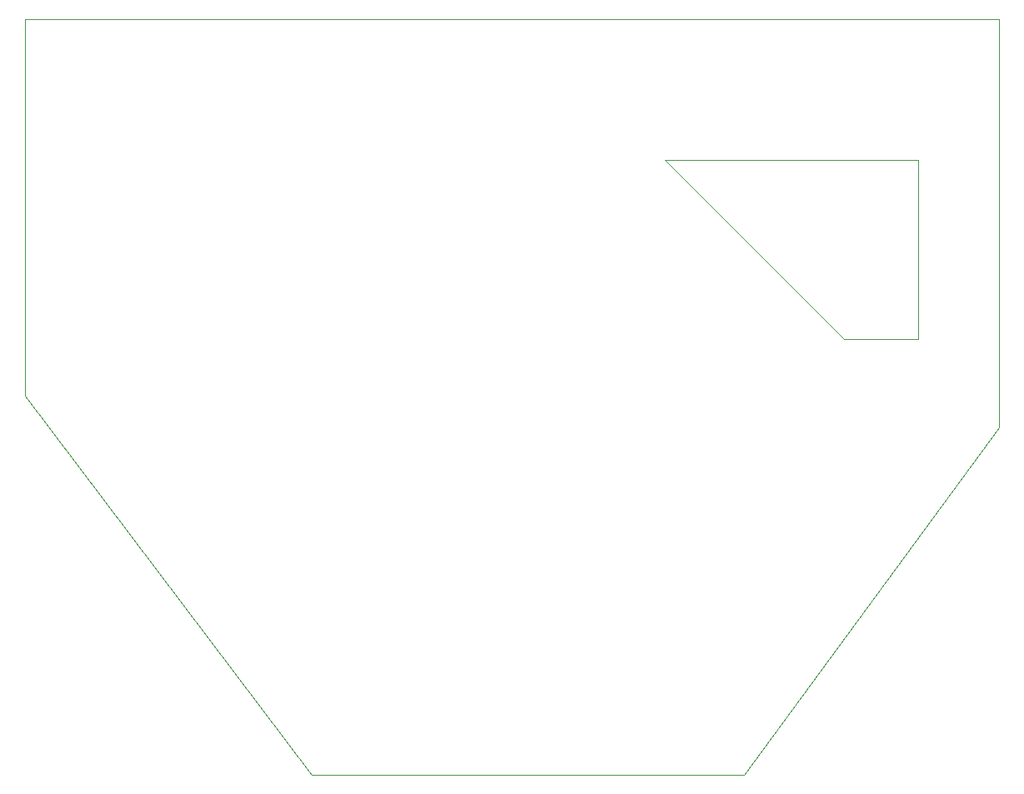
<source format=gbr>
%TF.GenerationSoftware,KiCad,Pcbnew,7.0.7-7.0.7~ubuntu22.04.1*%
%TF.CreationDate,2023-09-20T10:04:04-06:00*%
%TF.ProjectId,ph_meter,70685f6d-6574-4657-922e-6b696361645f,1.1 - E*%
%TF.SameCoordinates,Original*%
%TF.FileFunction,Profile,NP*%
%FSLAX46Y46*%
G04 Gerber Fmt 4.6, Leading zero omitted, Abs format (unit mm)*
G04 Created by KiCad (PCBNEW 7.0.7-7.0.7~ubuntu22.04.1) date 2023-09-20 10:04:04*
%MOMM*%
%LPD*%
G01*
G04 APERTURE LIST*
%TA.AperFunction,Profile*%
%ADD10C,0.100000*%
%TD*%
G04 APERTURE END LIST*
D10*
X124850000Y-137500000D02*
X95750000Y-99000000D01*
X168800000Y-137500000D02*
X194750000Y-102250000D01*
X150850000Y-137500000D02*
X124850000Y-137500000D01*
X150850000Y-137500000D02*
X168800000Y-137500000D01*
X95750000Y-99000000D02*
X95751360Y-64000000D01*
X186500000Y-93250000D02*
X179000000Y-93250000D01*
X186500000Y-93250000D02*
X186500000Y-75000000D01*
X194750000Y-102250000D02*
X194751360Y-64000000D01*
X194751360Y-64000000D02*
X194750000Y-60750000D01*
X95751360Y-64000000D02*
X95750000Y-60750000D01*
X95750000Y-60750000D02*
X194750000Y-60750000D01*
X186500000Y-75000000D02*
X160750000Y-75000000D01*
X179000000Y-93250000D02*
X160750000Y-75000000D01*
M02*

</source>
